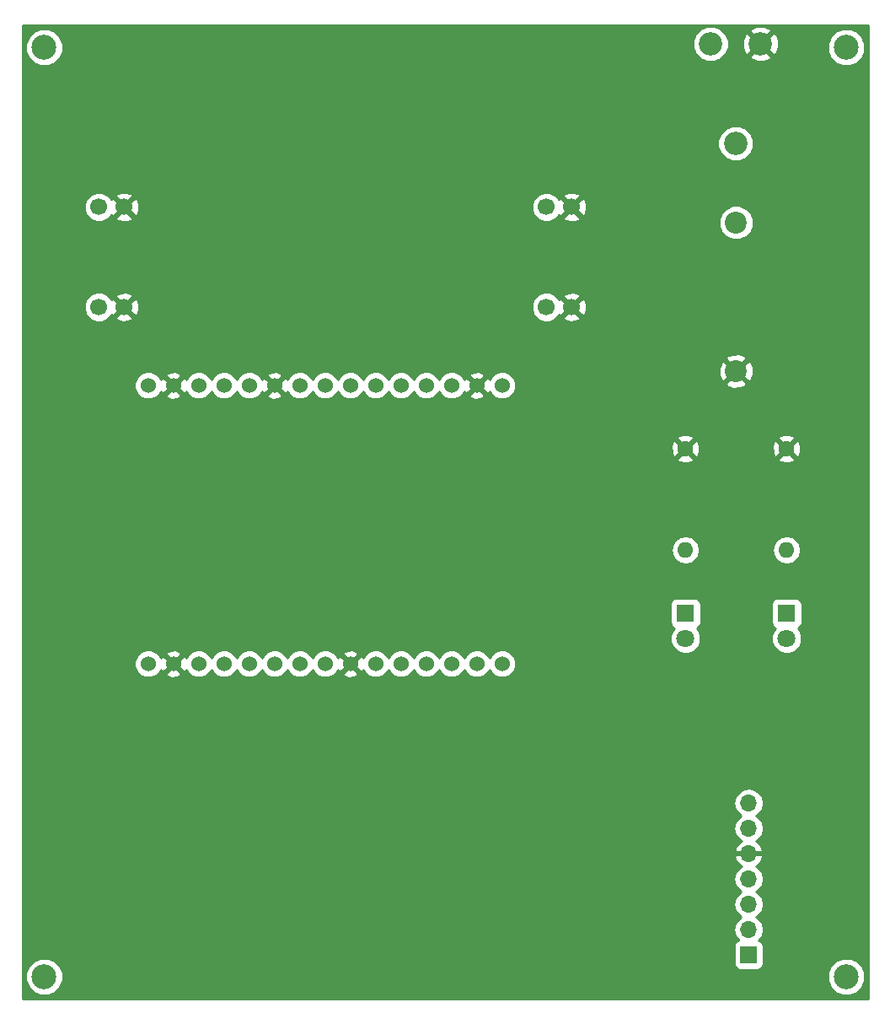
<source format=gbr>
G04 #@! TF.FileFunction,Copper,L2,Bot,Signal*
%FSLAX46Y46*%
G04 Gerber Fmt 4.6, Leading zero omitted, Abs format (unit mm)*
G04 Created by KiCad (PCBNEW 4.0.7-e2-6376~58~ubuntu16.04.1) date Fri Feb  2 08:04:35 2018*
%MOMM*%
%LPD*%
G01*
G04 APERTURE LIST*
%ADD10C,0.100000*%
%ADD11C,2.200000*%
%ADD12R,1.800000X1.800000*%
%ADD13C,1.800000*%
%ADD14R,1.700000X1.700000*%
%ADD15O,1.700000X1.700000*%
%ADD16C,1.600000*%
%ADD17O,1.600000X1.600000*%
%ADD18C,1.524000*%
%ADD19C,1.700000*%
%ADD20C,2.340000*%
%ADD21C,2.500000*%
%ADD22C,0.254000*%
G04 APERTURE END LIST*
D10*
D11*
X184150000Y-78910000D03*
X184150000Y-93810000D03*
D12*
X179070000Y-118110000D03*
D13*
X179070000Y-120650000D03*
D12*
X189230000Y-118110000D03*
D13*
X189230000Y-120650000D03*
D14*
X185420000Y-152400000D03*
D15*
X185420000Y-149860000D03*
X185420000Y-147320000D03*
X185420000Y-144780000D03*
X185420000Y-142240000D03*
X185420000Y-139700000D03*
X185420000Y-137160000D03*
D16*
X179070000Y-101600000D03*
D17*
X179070000Y-111760000D03*
D16*
X189230000Y-101600000D03*
D17*
X189230000Y-111760000D03*
D18*
X160655000Y-95250000D03*
X158115000Y-95250000D03*
X155575000Y-95250000D03*
X153035000Y-95250000D03*
X150495000Y-95250000D03*
X147955000Y-95250000D03*
X145415000Y-95250000D03*
X142875000Y-95250000D03*
X140335000Y-95250000D03*
X137795000Y-95250000D03*
X135255000Y-95250000D03*
X132715000Y-95250000D03*
X130175000Y-95250000D03*
X127635000Y-95250000D03*
X125095000Y-95250000D03*
X125095000Y-123190000D03*
X127635000Y-123190000D03*
X130175000Y-123190000D03*
X132715000Y-123190000D03*
X135255000Y-123190000D03*
X137795000Y-123190000D03*
X140335000Y-123190000D03*
X142875000Y-123190000D03*
X145415000Y-123190000D03*
X147955000Y-123190000D03*
X150495000Y-123190000D03*
X153035000Y-123190000D03*
X155575000Y-123190000D03*
X158115000Y-123190000D03*
X160655000Y-123190000D03*
D19*
X165100000Y-87376000D03*
X165100000Y-77343000D03*
X167640000Y-77343000D03*
X120142000Y-87376000D03*
X122682000Y-87376000D03*
X167640000Y-87376000D03*
X122682000Y-77343000D03*
X120142000Y-77343000D03*
D20*
X186610000Y-60960000D03*
X184110000Y-70960000D03*
X181610000Y-60960000D03*
D21*
X114655600Y-61315600D03*
X114655600Y-154584400D03*
X195224400Y-154584400D03*
X195224400Y-61315600D03*
D22*
G36*
X197410000Y-156770000D02*
X112470000Y-156770000D01*
X112470000Y-154957705D01*
X112770274Y-154957705D01*
X113056643Y-155650772D01*
X113586439Y-156181493D01*
X114279005Y-156469072D01*
X115028905Y-156469726D01*
X115721972Y-156183357D01*
X116252693Y-155653561D01*
X116540272Y-154960995D01*
X116540274Y-154957705D01*
X193339074Y-154957705D01*
X193625443Y-155650772D01*
X194155239Y-156181493D01*
X194847805Y-156469072D01*
X195597705Y-156469726D01*
X196290772Y-156183357D01*
X196821493Y-155653561D01*
X197109072Y-154960995D01*
X197109726Y-154211095D01*
X196823357Y-153518028D01*
X196293561Y-152987307D01*
X195600995Y-152699728D01*
X194851095Y-152699074D01*
X194158028Y-152985443D01*
X193627307Y-153515239D01*
X193339728Y-154207805D01*
X193339074Y-154957705D01*
X116540274Y-154957705D01*
X116540926Y-154211095D01*
X116254557Y-153518028D01*
X115724761Y-152987307D01*
X115032195Y-152699728D01*
X114282295Y-152699074D01*
X113589228Y-152985443D01*
X113058507Y-153515239D01*
X112770928Y-154207805D01*
X112770274Y-154957705D01*
X112470000Y-154957705D01*
X112470000Y-144780000D01*
X183905907Y-144780000D01*
X184018946Y-145348285D01*
X184340853Y-145830054D01*
X184670026Y-146050000D01*
X184340853Y-146269946D01*
X184018946Y-146751715D01*
X183905907Y-147320000D01*
X184018946Y-147888285D01*
X184340853Y-148370054D01*
X184670026Y-148590000D01*
X184340853Y-148809946D01*
X184018946Y-149291715D01*
X183905907Y-149860000D01*
X184018946Y-150428285D01*
X184340853Y-150910054D01*
X184382452Y-150937850D01*
X184334683Y-150946838D01*
X184118559Y-151085910D01*
X183973569Y-151298110D01*
X183922560Y-151550000D01*
X183922560Y-153250000D01*
X183966838Y-153485317D01*
X184105910Y-153701441D01*
X184318110Y-153846431D01*
X184570000Y-153897440D01*
X186270000Y-153897440D01*
X186505317Y-153853162D01*
X186721441Y-153714090D01*
X186866431Y-153501890D01*
X186917440Y-153250000D01*
X186917440Y-151550000D01*
X186873162Y-151314683D01*
X186734090Y-151098559D01*
X186521890Y-150953569D01*
X186454459Y-150939914D01*
X186499147Y-150910054D01*
X186821054Y-150428285D01*
X186934093Y-149860000D01*
X186821054Y-149291715D01*
X186499147Y-148809946D01*
X186169974Y-148590000D01*
X186499147Y-148370054D01*
X186821054Y-147888285D01*
X186934093Y-147320000D01*
X186821054Y-146751715D01*
X186499147Y-146269946D01*
X186169974Y-146050000D01*
X186499147Y-145830054D01*
X186821054Y-145348285D01*
X186934093Y-144780000D01*
X186821054Y-144211715D01*
X186499147Y-143729946D01*
X186158447Y-143502298D01*
X186301358Y-143435183D01*
X186691645Y-143006924D01*
X186861476Y-142596890D01*
X186740155Y-142367000D01*
X185547000Y-142367000D01*
X185547000Y-142387000D01*
X185293000Y-142387000D01*
X185293000Y-142367000D01*
X184099845Y-142367000D01*
X183978524Y-142596890D01*
X184148355Y-143006924D01*
X184538642Y-143435183D01*
X184681553Y-143502298D01*
X184340853Y-143729946D01*
X184018946Y-144211715D01*
X183905907Y-144780000D01*
X112470000Y-144780000D01*
X112470000Y-137160000D01*
X183905907Y-137160000D01*
X184018946Y-137728285D01*
X184340853Y-138210054D01*
X184670026Y-138430000D01*
X184340853Y-138649946D01*
X184018946Y-139131715D01*
X183905907Y-139700000D01*
X184018946Y-140268285D01*
X184340853Y-140750054D01*
X184681553Y-140977702D01*
X184538642Y-141044817D01*
X184148355Y-141473076D01*
X183978524Y-141883110D01*
X184099845Y-142113000D01*
X185293000Y-142113000D01*
X185293000Y-142093000D01*
X185547000Y-142093000D01*
X185547000Y-142113000D01*
X186740155Y-142113000D01*
X186861476Y-141883110D01*
X186691645Y-141473076D01*
X186301358Y-141044817D01*
X186158447Y-140977702D01*
X186499147Y-140750054D01*
X186821054Y-140268285D01*
X186934093Y-139700000D01*
X186821054Y-139131715D01*
X186499147Y-138649946D01*
X186169974Y-138430000D01*
X186499147Y-138210054D01*
X186821054Y-137728285D01*
X186934093Y-137160000D01*
X186821054Y-136591715D01*
X186499147Y-136109946D01*
X186017378Y-135788039D01*
X185449093Y-135675000D01*
X185390907Y-135675000D01*
X184822622Y-135788039D01*
X184340853Y-136109946D01*
X184018946Y-136591715D01*
X183905907Y-137160000D01*
X112470000Y-137160000D01*
X112470000Y-123466661D01*
X123697758Y-123466661D01*
X123909990Y-123980303D01*
X124302630Y-124373629D01*
X124815900Y-124586757D01*
X125371661Y-124587242D01*
X125885303Y-124375010D01*
X126090457Y-124170213D01*
X126834392Y-124170213D01*
X126903857Y-124412397D01*
X127427302Y-124599144D01*
X127982368Y-124571362D01*
X128366143Y-124412397D01*
X128435608Y-124170213D01*
X127635000Y-123369605D01*
X126834392Y-124170213D01*
X126090457Y-124170213D01*
X126278629Y-123982370D01*
X126358395Y-123790273D01*
X126412603Y-123921143D01*
X126654787Y-123990608D01*
X127455395Y-123190000D01*
X127814605Y-123190000D01*
X128615213Y-123990608D01*
X128857397Y-123921143D01*
X128907509Y-123780682D01*
X128989990Y-123980303D01*
X129382630Y-124373629D01*
X129895900Y-124586757D01*
X130451661Y-124587242D01*
X130965303Y-124375010D01*
X131358629Y-123982370D01*
X131444949Y-123774488D01*
X131529990Y-123980303D01*
X131922630Y-124373629D01*
X132435900Y-124586757D01*
X132991661Y-124587242D01*
X133505303Y-124375010D01*
X133898629Y-123982370D01*
X133984949Y-123774488D01*
X134069990Y-123980303D01*
X134462630Y-124373629D01*
X134975900Y-124586757D01*
X135531661Y-124587242D01*
X136045303Y-124375010D01*
X136438629Y-123982370D01*
X136524949Y-123774488D01*
X136609990Y-123980303D01*
X137002630Y-124373629D01*
X137515900Y-124586757D01*
X138071661Y-124587242D01*
X138585303Y-124375010D01*
X138978629Y-123982370D01*
X139064949Y-123774488D01*
X139149990Y-123980303D01*
X139542630Y-124373629D01*
X140055900Y-124586757D01*
X140611661Y-124587242D01*
X141125303Y-124375010D01*
X141518629Y-123982370D01*
X141604949Y-123774488D01*
X141689990Y-123980303D01*
X142082630Y-124373629D01*
X142595900Y-124586757D01*
X143151661Y-124587242D01*
X143665303Y-124375010D01*
X143870457Y-124170213D01*
X144614392Y-124170213D01*
X144683857Y-124412397D01*
X145207302Y-124599144D01*
X145762368Y-124571362D01*
X146146143Y-124412397D01*
X146215608Y-124170213D01*
X145415000Y-123369605D01*
X144614392Y-124170213D01*
X143870457Y-124170213D01*
X144058629Y-123982370D01*
X144138395Y-123790273D01*
X144192603Y-123921143D01*
X144434787Y-123990608D01*
X145235395Y-123190000D01*
X145594605Y-123190000D01*
X146395213Y-123990608D01*
X146637397Y-123921143D01*
X146687509Y-123780682D01*
X146769990Y-123980303D01*
X147162630Y-124373629D01*
X147675900Y-124586757D01*
X148231661Y-124587242D01*
X148745303Y-124375010D01*
X149138629Y-123982370D01*
X149224949Y-123774488D01*
X149309990Y-123980303D01*
X149702630Y-124373629D01*
X150215900Y-124586757D01*
X150771661Y-124587242D01*
X151285303Y-124375010D01*
X151678629Y-123982370D01*
X151764949Y-123774488D01*
X151849990Y-123980303D01*
X152242630Y-124373629D01*
X152755900Y-124586757D01*
X153311661Y-124587242D01*
X153825303Y-124375010D01*
X154218629Y-123982370D01*
X154304949Y-123774488D01*
X154389990Y-123980303D01*
X154782630Y-124373629D01*
X155295900Y-124586757D01*
X155851661Y-124587242D01*
X156365303Y-124375010D01*
X156758629Y-123982370D01*
X156844949Y-123774488D01*
X156929990Y-123980303D01*
X157322630Y-124373629D01*
X157835900Y-124586757D01*
X158391661Y-124587242D01*
X158905303Y-124375010D01*
X159298629Y-123982370D01*
X159384949Y-123774488D01*
X159469990Y-123980303D01*
X159862630Y-124373629D01*
X160375900Y-124586757D01*
X160931661Y-124587242D01*
X161445303Y-124375010D01*
X161838629Y-123982370D01*
X162051757Y-123469100D01*
X162052242Y-122913339D01*
X161840010Y-122399697D01*
X161447370Y-122006371D01*
X160934100Y-121793243D01*
X160378339Y-121792758D01*
X159864697Y-122004990D01*
X159471371Y-122397630D01*
X159385051Y-122605512D01*
X159300010Y-122399697D01*
X158907370Y-122006371D01*
X158394100Y-121793243D01*
X157838339Y-121792758D01*
X157324697Y-122004990D01*
X156931371Y-122397630D01*
X156845051Y-122605512D01*
X156760010Y-122399697D01*
X156367370Y-122006371D01*
X155854100Y-121793243D01*
X155298339Y-121792758D01*
X154784697Y-122004990D01*
X154391371Y-122397630D01*
X154305051Y-122605512D01*
X154220010Y-122399697D01*
X153827370Y-122006371D01*
X153314100Y-121793243D01*
X152758339Y-121792758D01*
X152244697Y-122004990D01*
X151851371Y-122397630D01*
X151765051Y-122605512D01*
X151680010Y-122399697D01*
X151287370Y-122006371D01*
X150774100Y-121793243D01*
X150218339Y-121792758D01*
X149704697Y-122004990D01*
X149311371Y-122397630D01*
X149225051Y-122605512D01*
X149140010Y-122399697D01*
X148747370Y-122006371D01*
X148234100Y-121793243D01*
X147678339Y-121792758D01*
X147164697Y-122004990D01*
X146771371Y-122397630D01*
X146691605Y-122589727D01*
X146637397Y-122458857D01*
X146395213Y-122389392D01*
X145594605Y-123190000D01*
X145235395Y-123190000D01*
X144434787Y-122389392D01*
X144192603Y-122458857D01*
X144142491Y-122599318D01*
X144060010Y-122399697D01*
X143870432Y-122209787D01*
X144614392Y-122209787D01*
X145415000Y-123010395D01*
X146215608Y-122209787D01*
X146146143Y-121967603D01*
X145622698Y-121780856D01*
X145067632Y-121808638D01*
X144683857Y-121967603D01*
X144614392Y-122209787D01*
X143870432Y-122209787D01*
X143667370Y-122006371D01*
X143154100Y-121793243D01*
X142598339Y-121792758D01*
X142084697Y-122004990D01*
X141691371Y-122397630D01*
X141605051Y-122605512D01*
X141520010Y-122399697D01*
X141127370Y-122006371D01*
X140614100Y-121793243D01*
X140058339Y-121792758D01*
X139544697Y-122004990D01*
X139151371Y-122397630D01*
X139065051Y-122605512D01*
X138980010Y-122399697D01*
X138587370Y-122006371D01*
X138074100Y-121793243D01*
X137518339Y-121792758D01*
X137004697Y-122004990D01*
X136611371Y-122397630D01*
X136525051Y-122605512D01*
X136440010Y-122399697D01*
X136047370Y-122006371D01*
X135534100Y-121793243D01*
X134978339Y-121792758D01*
X134464697Y-122004990D01*
X134071371Y-122397630D01*
X133985051Y-122605512D01*
X133900010Y-122399697D01*
X133507370Y-122006371D01*
X132994100Y-121793243D01*
X132438339Y-121792758D01*
X131924697Y-122004990D01*
X131531371Y-122397630D01*
X131445051Y-122605512D01*
X131360010Y-122399697D01*
X130967370Y-122006371D01*
X130454100Y-121793243D01*
X129898339Y-121792758D01*
X129384697Y-122004990D01*
X128991371Y-122397630D01*
X128911605Y-122589727D01*
X128857397Y-122458857D01*
X128615213Y-122389392D01*
X127814605Y-123190000D01*
X127455395Y-123190000D01*
X126654787Y-122389392D01*
X126412603Y-122458857D01*
X126362491Y-122599318D01*
X126280010Y-122399697D01*
X126090432Y-122209787D01*
X126834392Y-122209787D01*
X127635000Y-123010395D01*
X128435608Y-122209787D01*
X128366143Y-121967603D01*
X127842698Y-121780856D01*
X127287632Y-121808638D01*
X126903857Y-121967603D01*
X126834392Y-122209787D01*
X126090432Y-122209787D01*
X125887370Y-122006371D01*
X125374100Y-121793243D01*
X124818339Y-121792758D01*
X124304697Y-122004990D01*
X123911371Y-122397630D01*
X123698243Y-122910900D01*
X123697758Y-123466661D01*
X112470000Y-123466661D01*
X112470000Y-117210000D01*
X177522560Y-117210000D01*
X177522560Y-119010000D01*
X177566838Y-119245317D01*
X177705910Y-119461441D01*
X177918110Y-119606431D01*
X177938534Y-119610567D01*
X177769449Y-119779357D01*
X177535267Y-120343330D01*
X177534735Y-120953991D01*
X177767932Y-121518371D01*
X178199357Y-121950551D01*
X178763330Y-122184733D01*
X179373991Y-122185265D01*
X179938371Y-121952068D01*
X180370551Y-121520643D01*
X180604733Y-120956670D01*
X180605265Y-120346009D01*
X180372068Y-119781629D01*
X180204120Y-119613387D01*
X180205317Y-119613162D01*
X180421441Y-119474090D01*
X180566431Y-119261890D01*
X180617440Y-119010000D01*
X180617440Y-117210000D01*
X187682560Y-117210000D01*
X187682560Y-119010000D01*
X187726838Y-119245317D01*
X187865910Y-119461441D01*
X188078110Y-119606431D01*
X188098534Y-119610567D01*
X187929449Y-119779357D01*
X187695267Y-120343330D01*
X187694735Y-120953991D01*
X187927932Y-121518371D01*
X188359357Y-121950551D01*
X188923330Y-122184733D01*
X189533991Y-122185265D01*
X190098371Y-121952068D01*
X190530551Y-121520643D01*
X190764733Y-120956670D01*
X190765265Y-120346009D01*
X190532068Y-119781629D01*
X190364120Y-119613387D01*
X190365317Y-119613162D01*
X190581441Y-119474090D01*
X190726431Y-119261890D01*
X190777440Y-119010000D01*
X190777440Y-117210000D01*
X190733162Y-116974683D01*
X190594090Y-116758559D01*
X190381890Y-116613569D01*
X190130000Y-116562560D01*
X188330000Y-116562560D01*
X188094683Y-116606838D01*
X187878559Y-116745910D01*
X187733569Y-116958110D01*
X187682560Y-117210000D01*
X180617440Y-117210000D01*
X180573162Y-116974683D01*
X180434090Y-116758559D01*
X180221890Y-116613569D01*
X179970000Y-116562560D01*
X178170000Y-116562560D01*
X177934683Y-116606838D01*
X177718559Y-116745910D01*
X177573569Y-116958110D01*
X177522560Y-117210000D01*
X112470000Y-117210000D01*
X112470000Y-111731887D01*
X177635000Y-111731887D01*
X177635000Y-111788113D01*
X177744233Y-112337264D01*
X178055302Y-112802811D01*
X178520849Y-113113880D01*
X179070000Y-113223113D01*
X179619151Y-113113880D01*
X180084698Y-112802811D01*
X180395767Y-112337264D01*
X180505000Y-111788113D01*
X180505000Y-111731887D01*
X187795000Y-111731887D01*
X187795000Y-111788113D01*
X187904233Y-112337264D01*
X188215302Y-112802811D01*
X188680849Y-113113880D01*
X189230000Y-113223113D01*
X189779151Y-113113880D01*
X190244698Y-112802811D01*
X190555767Y-112337264D01*
X190665000Y-111788113D01*
X190665000Y-111731887D01*
X190555767Y-111182736D01*
X190244698Y-110717189D01*
X189779151Y-110406120D01*
X189230000Y-110296887D01*
X188680849Y-110406120D01*
X188215302Y-110717189D01*
X187904233Y-111182736D01*
X187795000Y-111731887D01*
X180505000Y-111731887D01*
X180395767Y-111182736D01*
X180084698Y-110717189D01*
X179619151Y-110406120D01*
X179070000Y-110296887D01*
X178520849Y-110406120D01*
X178055302Y-110717189D01*
X177744233Y-111182736D01*
X177635000Y-111731887D01*
X112470000Y-111731887D01*
X112470000Y-102607745D01*
X178241861Y-102607745D01*
X178315995Y-102853864D01*
X178853223Y-103046965D01*
X179423454Y-103019778D01*
X179824005Y-102853864D01*
X179898139Y-102607745D01*
X188401861Y-102607745D01*
X188475995Y-102853864D01*
X189013223Y-103046965D01*
X189583454Y-103019778D01*
X189984005Y-102853864D01*
X190058139Y-102607745D01*
X189230000Y-101779605D01*
X188401861Y-102607745D01*
X179898139Y-102607745D01*
X179070000Y-101779605D01*
X178241861Y-102607745D01*
X112470000Y-102607745D01*
X112470000Y-101383223D01*
X177623035Y-101383223D01*
X177650222Y-101953454D01*
X177816136Y-102354005D01*
X178062255Y-102428139D01*
X178890395Y-101600000D01*
X179249605Y-101600000D01*
X180077745Y-102428139D01*
X180323864Y-102354005D01*
X180516965Y-101816777D01*
X180496295Y-101383223D01*
X187783035Y-101383223D01*
X187810222Y-101953454D01*
X187976136Y-102354005D01*
X188222255Y-102428139D01*
X189050395Y-101600000D01*
X189409605Y-101600000D01*
X190237745Y-102428139D01*
X190483864Y-102354005D01*
X190676965Y-101816777D01*
X190649778Y-101246546D01*
X190483864Y-100845995D01*
X190237745Y-100771861D01*
X189409605Y-101600000D01*
X189050395Y-101600000D01*
X188222255Y-100771861D01*
X187976136Y-100845995D01*
X187783035Y-101383223D01*
X180496295Y-101383223D01*
X180489778Y-101246546D01*
X180323864Y-100845995D01*
X180077745Y-100771861D01*
X179249605Y-101600000D01*
X178890395Y-101600000D01*
X178062255Y-100771861D01*
X177816136Y-100845995D01*
X177623035Y-101383223D01*
X112470000Y-101383223D01*
X112470000Y-100592255D01*
X178241861Y-100592255D01*
X179070000Y-101420395D01*
X179898139Y-100592255D01*
X188401861Y-100592255D01*
X189230000Y-101420395D01*
X190058139Y-100592255D01*
X189984005Y-100346136D01*
X189446777Y-100153035D01*
X188876546Y-100180222D01*
X188475995Y-100346136D01*
X188401861Y-100592255D01*
X179898139Y-100592255D01*
X179824005Y-100346136D01*
X179286777Y-100153035D01*
X178716546Y-100180222D01*
X178315995Y-100346136D01*
X178241861Y-100592255D01*
X112470000Y-100592255D01*
X112470000Y-95526661D01*
X123697758Y-95526661D01*
X123909990Y-96040303D01*
X124302630Y-96433629D01*
X124815900Y-96646757D01*
X125371661Y-96647242D01*
X125885303Y-96435010D01*
X126090457Y-96230213D01*
X126834392Y-96230213D01*
X126903857Y-96472397D01*
X127427302Y-96659144D01*
X127982368Y-96631362D01*
X128366143Y-96472397D01*
X128435608Y-96230213D01*
X127635000Y-95429605D01*
X126834392Y-96230213D01*
X126090457Y-96230213D01*
X126278629Y-96042370D01*
X126358395Y-95850273D01*
X126412603Y-95981143D01*
X126654787Y-96050608D01*
X127455395Y-95250000D01*
X127814605Y-95250000D01*
X128615213Y-96050608D01*
X128857397Y-95981143D01*
X128907509Y-95840682D01*
X128989990Y-96040303D01*
X129382630Y-96433629D01*
X129895900Y-96646757D01*
X130451661Y-96647242D01*
X130965303Y-96435010D01*
X131358629Y-96042370D01*
X131444949Y-95834488D01*
X131529990Y-96040303D01*
X131922630Y-96433629D01*
X132435900Y-96646757D01*
X132991661Y-96647242D01*
X133505303Y-96435010D01*
X133898629Y-96042370D01*
X133984949Y-95834488D01*
X134069990Y-96040303D01*
X134462630Y-96433629D01*
X134975900Y-96646757D01*
X135531661Y-96647242D01*
X136045303Y-96435010D01*
X136250457Y-96230213D01*
X136994392Y-96230213D01*
X137063857Y-96472397D01*
X137587302Y-96659144D01*
X138142368Y-96631362D01*
X138526143Y-96472397D01*
X138595608Y-96230213D01*
X137795000Y-95429605D01*
X136994392Y-96230213D01*
X136250457Y-96230213D01*
X136438629Y-96042370D01*
X136518395Y-95850273D01*
X136572603Y-95981143D01*
X136814787Y-96050608D01*
X137615395Y-95250000D01*
X137974605Y-95250000D01*
X138775213Y-96050608D01*
X139017397Y-95981143D01*
X139067509Y-95840682D01*
X139149990Y-96040303D01*
X139542630Y-96433629D01*
X140055900Y-96646757D01*
X140611661Y-96647242D01*
X141125303Y-96435010D01*
X141518629Y-96042370D01*
X141604949Y-95834488D01*
X141689990Y-96040303D01*
X142082630Y-96433629D01*
X142595900Y-96646757D01*
X143151661Y-96647242D01*
X143665303Y-96435010D01*
X144058629Y-96042370D01*
X144144949Y-95834488D01*
X144229990Y-96040303D01*
X144622630Y-96433629D01*
X145135900Y-96646757D01*
X145691661Y-96647242D01*
X146205303Y-96435010D01*
X146598629Y-96042370D01*
X146684949Y-95834488D01*
X146769990Y-96040303D01*
X147162630Y-96433629D01*
X147675900Y-96646757D01*
X148231661Y-96647242D01*
X148745303Y-96435010D01*
X149138629Y-96042370D01*
X149224949Y-95834488D01*
X149309990Y-96040303D01*
X149702630Y-96433629D01*
X150215900Y-96646757D01*
X150771661Y-96647242D01*
X151285303Y-96435010D01*
X151678629Y-96042370D01*
X151764949Y-95834488D01*
X151849990Y-96040303D01*
X152242630Y-96433629D01*
X152755900Y-96646757D01*
X153311661Y-96647242D01*
X153825303Y-96435010D01*
X154218629Y-96042370D01*
X154304949Y-95834488D01*
X154389990Y-96040303D01*
X154782630Y-96433629D01*
X155295900Y-96646757D01*
X155851661Y-96647242D01*
X156365303Y-96435010D01*
X156570457Y-96230213D01*
X157314392Y-96230213D01*
X157383857Y-96472397D01*
X157907302Y-96659144D01*
X158462368Y-96631362D01*
X158846143Y-96472397D01*
X158915608Y-96230213D01*
X158115000Y-95429605D01*
X157314392Y-96230213D01*
X156570457Y-96230213D01*
X156758629Y-96042370D01*
X156838395Y-95850273D01*
X156892603Y-95981143D01*
X157134787Y-96050608D01*
X157935395Y-95250000D01*
X158294605Y-95250000D01*
X159095213Y-96050608D01*
X159337397Y-95981143D01*
X159387509Y-95840682D01*
X159469990Y-96040303D01*
X159862630Y-96433629D01*
X160375900Y-96646757D01*
X160931661Y-96647242D01*
X161445303Y-96435010D01*
X161838629Y-96042370D01*
X162051757Y-95529100D01*
X162052188Y-95034868D01*
X183104737Y-95034868D01*
X183215641Y-95312099D01*
X183861593Y-95555323D01*
X184551453Y-95532836D01*
X185084359Y-95312099D01*
X185195263Y-95034868D01*
X184150000Y-93989605D01*
X183104737Y-95034868D01*
X162052188Y-95034868D01*
X162052242Y-94973339D01*
X161840010Y-94459697D01*
X161447370Y-94066371D01*
X160934100Y-93853243D01*
X160378339Y-93852758D01*
X159864697Y-94064990D01*
X159471371Y-94457630D01*
X159391605Y-94649727D01*
X159337397Y-94518857D01*
X159095213Y-94449392D01*
X158294605Y-95250000D01*
X157935395Y-95250000D01*
X157134787Y-94449392D01*
X156892603Y-94518857D01*
X156842491Y-94659318D01*
X156760010Y-94459697D01*
X156570432Y-94269787D01*
X157314392Y-94269787D01*
X158115000Y-95070395D01*
X158915608Y-94269787D01*
X158846143Y-94027603D01*
X158322698Y-93840856D01*
X157767632Y-93868638D01*
X157383857Y-94027603D01*
X157314392Y-94269787D01*
X156570432Y-94269787D01*
X156367370Y-94066371D01*
X155854100Y-93853243D01*
X155298339Y-93852758D01*
X154784697Y-94064990D01*
X154391371Y-94457630D01*
X154305051Y-94665512D01*
X154220010Y-94459697D01*
X153827370Y-94066371D01*
X153314100Y-93853243D01*
X152758339Y-93852758D01*
X152244697Y-94064990D01*
X151851371Y-94457630D01*
X151765051Y-94665512D01*
X151680010Y-94459697D01*
X151287370Y-94066371D01*
X150774100Y-93853243D01*
X150218339Y-93852758D01*
X149704697Y-94064990D01*
X149311371Y-94457630D01*
X149225051Y-94665512D01*
X149140010Y-94459697D01*
X148747370Y-94066371D01*
X148234100Y-93853243D01*
X147678339Y-93852758D01*
X147164697Y-94064990D01*
X146771371Y-94457630D01*
X146685051Y-94665512D01*
X146600010Y-94459697D01*
X146207370Y-94066371D01*
X145694100Y-93853243D01*
X145138339Y-93852758D01*
X144624697Y-94064990D01*
X144231371Y-94457630D01*
X144145051Y-94665512D01*
X144060010Y-94459697D01*
X143667370Y-94066371D01*
X143154100Y-93853243D01*
X142598339Y-93852758D01*
X142084697Y-94064990D01*
X141691371Y-94457630D01*
X141605051Y-94665512D01*
X141520010Y-94459697D01*
X141127370Y-94066371D01*
X140614100Y-93853243D01*
X140058339Y-93852758D01*
X139544697Y-94064990D01*
X139151371Y-94457630D01*
X139071605Y-94649727D01*
X139017397Y-94518857D01*
X138775213Y-94449392D01*
X137974605Y-95250000D01*
X137615395Y-95250000D01*
X136814787Y-94449392D01*
X136572603Y-94518857D01*
X136522491Y-94659318D01*
X136440010Y-94459697D01*
X136250432Y-94269787D01*
X136994392Y-94269787D01*
X137795000Y-95070395D01*
X138595608Y-94269787D01*
X138526143Y-94027603D01*
X138002698Y-93840856D01*
X137447632Y-93868638D01*
X137063857Y-94027603D01*
X136994392Y-94269787D01*
X136250432Y-94269787D01*
X136047370Y-94066371D01*
X135534100Y-93853243D01*
X134978339Y-93852758D01*
X134464697Y-94064990D01*
X134071371Y-94457630D01*
X133985051Y-94665512D01*
X133900010Y-94459697D01*
X133507370Y-94066371D01*
X132994100Y-93853243D01*
X132438339Y-93852758D01*
X131924697Y-94064990D01*
X131531371Y-94457630D01*
X131445051Y-94665512D01*
X131360010Y-94459697D01*
X130967370Y-94066371D01*
X130454100Y-93853243D01*
X129898339Y-93852758D01*
X129384697Y-94064990D01*
X128991371Y-94457630D01*
X128911605Y-94649727D01*
X128857397Y-94518857D01*
X128615213Y-94449392D01*
X127814605Y-95250000D01*
X127455395Y-95250000D01*
X126654787Y-94449392D01*
X126412603Y-94518857D01*
X126362491Y-94659318D01*
X126280010Y-94459697D01*
X126090432Y-94269787D01*
X126834392Y-94269787D01*
X127635000Y-95070395D01*
X128435608Y-94269787D01*
X128366143Y-94027603D01*
X127842698Y-93840856D01*
X127287632Y-93868638D01*
X126903857Y-94027603D01*
X126834392Y-94269787D01*
X126090432Y-94269787D01*
X125887370Y-94066371D01*
X125374100Y-93853243D01*
X124818339Y-93852758D01*
X124304697Y-94064990D01*
X123911371Y-94457630D01*
X123698243Y-94970900D01*
X123697758Y-95526661D01*
X112470000Y-95526661D01*
X112470000Y-93521593D01*
X182404677Y-93521593D01*
X182427164Y-94211453D01*
X182647901Y-94744359D01*
X182925132Y-94855263D01*
X183970395Y-93810000D01*
X184329605Y-93810000D01*
X185374868Y-94855263D01*
X185652099Y-94744359D01*
X185895323Y-94098407D01*
X185872836Y-93408547D01*
X185652099Y-92875641D01*
X185374868Y-92764737D01*
X184329605Y-93810000D01*
X183970395Y-93810000D01*
X182925132Y-92764737D01*
X182647901Y-92875641D01*
X182404677Y-93521593D01*
X112470000Y-93521593D01*
X112470000Y-92585132D01*
X183104737Y-92585132D01*
X184150000Y-93630395D01*
X185195263Y-92585132D01*
X185084359Y-92307901D01*
X184438407Y-92064677D01*
X183748547Y-92087164D01*
X183215641Y-92307901D01*
X183104737Y-92585132D01*
X112470000Y-92585132D01*
X112470000Y-87670089D01*
X118656743Y-87670089D01*
X118882344Y-88216086D01*
X119299717Y-88634188D01*
X119845319Y-88860742D01*
X120436089Y-88861257D01*
X120982086Y-88635656D01*
X121198160Y-88419958D01*
X121817647Y-88419958D01*
X121897920Y-88671259D01*
X122453279Y-88872718D01*
X123043458Y-88846315D01*
X123466080Y-88671259D01*
X123546353Y-88419958D01*
X122682000Y-87555605D01*
X121817647Y-88419958D01*
X121198160Y-88419958D01*
X121400188Y-88218283D01*
X121419951Y-88170688D01*
X121638042Y-88240353D01*
X122502395Y-87376000D01*
X122861605Y-87376000D01*
X123725958Y-88240353D01*
X123977259Y-88160080D01*
X124155005Y-87670089D01*
X163614743Y-87670089D01*
X163840344Y-88216086D01*
X164257717Y-88634188D01*
X164803319Y-88860742D01*
X165394089Y-88861257D01*
X165940086Y-88635656D01*
X166156160Y-88419958D01*
X166775647Y-88419958D01*
X166855920Y-88671259D01*
X167411279Y-88872718D01*
X168001458Y-88846315D01*
X168424080Y-88671259D01*
X168504353Y-88419958D01*
X167640000Y-87555605D01*
X166775647Y-88419958D01*
X166156160Y-88419958D01*
X166358188Y-88218283D01*
X166377951Y-88170688D01*
X166596042Y-88240353D01*
X167460395Y-87376000D01*
X167819605Y-87376000D01*
X168683958Y-88240353D01*
X168935259Y-88160080D01*
X169136718Y-87604721D01*
X169110315Y-87014542D01*
X168935259Y-86591920D01*
X168683958Y-86511647D01*
X167819605Y-87376000D01*
X167460395Y-87376000D01*
X166596042Y-86511647D01*
X166378360Y-86581181D01*
X166359656Y-86535914D01*
X166156140Y-86332042D01*
X166775647Y-86332042D01*
X167640000Y-87196395D01*
X168504353Y-86332042D01*
X168424080Y-86080741D01*
X167868721Y-85879282D01*
X167278542Y-85905685D01*
X166855920Y-86080741D01*
X166775647Y-86332042D01*
X166156140Y-86332042D01*
X165942283Y-86117812D01*
X165396681Y-85891258D01*
X164805911Y-85890743D01*
X164259914Y-86116344D01*
X163841812Y-86533717D01*
X163615258Y-87079319D01*
X163614743Y-87670089D01*
X124155005Y-87670089D01*
X124178718Y-87604721D01*
X124152315Y-87014542D01*
X123977259Y-86591920D01*
X123725958Y-86511647D01*
X122861605Y-87376000D01*
X122502395Y-87376000D01*
X121638042Y-86511647D01*
X121420360Y-86581181D01*
X121401656Y-86535914D01*
X121198140Y-86332042D01*
X121817647Y-86332042D01*
X122682000Y-87196395D01*
X123546353Y-86332042D01*
X123466080Y-86080741D01*
X122910721Y-85879282D01*
X122320542Y-85905685D01*
X121897920Y-86080741D01*
X121817647Y-86332042D01*
X121198140Y-86332042D01*
X120984283Y-86117812D01*
X120438681Y-85891258D01*
X119847911Y-85890743D01*
X119301914Y-86116344D01*
X118883812Y-86533717D01*
X118657258Y-87079319D01*
X118656743Y-87670089D01*
X112470000Y-87670089D01*
X112470000Y-79253599D01*
X182414699Y-79253599D01*
X182678281Y-79891515D01*
X183165918Y-80380004D01*
X183803373Y-80644699D01*
X184493599Y-80645301D01*
X185131515Y-80381719D01*
X185620004Y-79894082D01*
X185884699Y-79256627D01*
X185885301Y-78566401D01*
X185621719Y-77928485D01*
X185134082Y-77439996D01*
X184496627Y-77175301D01*
X183806401Y-77174699D01*
X183168485Y-77438281D01*
X182679996Y-77925918D01*
X182415301Y-78563373D01*
X182414699Y-79253599D01*
X112470000Y-79253599D01*
X112470000Y-77637089D01*
X118656743Y-77637089D01*
X118882344Y-78183086D01*
X119299717Y-78601188D01*
X119845319Y-78827742D01*
X120436089Y-78828257D01*
X120982086Y-78602656D01*
X121198160Y-78386958D01*
X121817647Y-78386958D01*
X121897920Y-78638259D01*
X122453279Y-78839718D01*
X123043458Y-78813315D01*
X123466080Y-78638259D01*
X123546353Y-78386958D01*
X122682000Y-77522605D01*
X121817647Y-78386958D01*
X121198160Y-78386958D01*
X121400188Y-78185283D01*
X121419951Y-78137688D01*
X121638042Y-78207353D01*
X122502395Y-77343000D01*
X122861605Y-77343000D01*
X123725958Y-78207353D01*
X123977259Y-78127080D01*
X124155005Y-77637089D01*
X163614743Y-77637089D01*
X163840344Y-78183086D01*
X164257717Y-78601188D01*
X164803319Y-78827742D01*
X165394089Y-78828257D01*
X165940086Y-78602656D01*
X166156160Y-78386958D01*
X166775647Y-78386958D01*
X166855920Y-78638259D01*
X167411279Y-78839718D01*
X168001458Y-78813315D01*
X168424080Y-78638259D01*
X168504353Y-78386958D01*
X167640000Y-77522605D01*
X166775647Y-78386958D01*
X166156160Y-78386958D01*
X166358188Y-78185283D01*
X166377951Y-78137688D01*
X166596042Y-78207353D01*
X167460395Y-77343000D01*
X167819605Y-77343000D01*
X168683958Y-78207353D01*
X168935259Y-78127080D01*
X169136718Y-77571721D01*
X169110315Y-76981542D01*
X168935259Y-76558920D01*
X168683958Y-76478647D01*
X167819605Y-77343000D01*
X167460395Y-77343000D01*
X166596042Y-76478647D01*
X166378360Y-76548181D01*
X166359656Y-76502914D01*
X166156140Y-76299042D01*
X166775647Y-76299042D01*
X167640000Y-77163395D01*
X168504353Y-76299042D01*
X168424080Y-76047741D01*
X167868721Y-75846282D01*
X167278542Y-75872685D01*
X166855920Y-76047741D01*
X166775647Y-76299042D01*
X166156140Y-76299042D01*
X165942283Y-76084812D01*
X165396681Y-75858258D01*
X164805911Y-75857743D01*
X164259914Y-76083344D01*
X163841812Y-76500717D01*
X163615258Y-77046319D01*
X163614743Y-77637089D01*
X124155005Y-77637089D01*
X124178718Y-77571721D01*
X124152315Y-76981542D01*
X123977259Y-76558920D01*
X123725958Y-76478647D01*
X122861605Y-77343000D01*
X122502395Y-77343000D01*
X121638042Y-76478647D01*
X121420360Y-76548181D01*
X121401656Y-76502914D01*
X121198140Y-76299042D01*
X121817647Y-76299042D01*
X122682000Y-77163395D01*
X123546353Y-76299042D01*
X123466080Y-76047741D01*
X122910721Y-75846282D01*
X122320542Y-75872685D01*
X121897920Y-76047741D01*
X121817647Y-76299042D01*
X121198140Y-76299042D01*
X120984283Y-76084812D01*
X120438681Y-75858258D01*
X119847911Y-75857743D01*
X119301914Y-76083344D01*
X118883812Y-76500717D01*
X118657258Y-77046319D01*
X118656743Y-77637089D01*
X112470000Y-77637089D01*
X112470000Y-71317462D01*
X182304687Y-71317462D01*
X182578903Y-71981115D01*
X183086215Y-72489312D01*
X183749388Y-72764686D01*
X184467462Y-72765313D01*
X185131115Y-72491097D01*
X185639312Y-71983785D01*
X185914686Y-71320612D01*
X185915313Y-70602538D01*
X185641097Y-69938885D01*
X185133785Y-69430688D01*
X184470612Y-69155314D01*
X183752538Y-69154687D01*
X183088885Y-69428903D01*
X182580688Y-69936215D01*
X182305314Y-70599388D01*
X182304687Y-71317462D01*
X112470000Y-71317462D01*
X112470000Y-61688905D01*
X112770274Y-61688905D01*
X113056643Y-62381972D01*
X113586439Y-62912693D01*
X114279005Y-63200272D01*
X115028905Y-63200926D01*
X115721972Y-62914557D01*
X116252693Y-62384761D01*
X116540272Y-61692195D01*
X116540598Y-61317462D01*
X179804687Y-61317462D01*
X180078903Y-61981115D01*
X180586215Y-62489312D01*
X181249388Y-62764686D01*
X181967462Y-62765313D01*
X182631115Y-62491097D01*
X182887171Y-62235486D01*
X185514120Y-62235486D01*
X185633586Y-62519984D01*
X186304890Y-62774894D01*
X187022646Y-62753504D01*
X187586414Y-62519984D01*
X187705880Y-62235486D01*
X186610000Y-61139605D01*
X185514120Y-62235486D01*
X182887171Y-62235486D01*
X183139312Y-61983785D01*
X183414686Y-61320612D01*
X183415267Y-60654890D01*
X184795106Y-60654890D01*
X184816496Y-61372646D01*
X185050016Y-61936414D01*
X185334514Y-62055880D01*
X186430395Y-60960000D01*
X186789605Y-60960000D01*
X187885486Y-62055880D01*
X188169984Y-61936414D01*
X188263969Y-61688905D01*
X193339074Y-61688905D01*
X193625443Y-62381972D01*
X194155239Y-62912693D01*
X194847805Y-63200272D01*
X195597705Y-63200926D01*
X196290772Y-62914557D01*
X196821493Y-62384761D01*
X197109072Y-61692195D01*
X197109726Y-60942295D01*
X196823357Y-60249228D01*
X196293561Y-59718507D01*
X195600995Y-59430928D01*
X194851095Y-59430274D01*
X194158028Y-59716643D01*
X193627307Y-60246439D01*
X193339728Y-60939005D01*
X193339074Y-61688905D01*
X188263969Y-61688905D01*
X188424894Y-61265110D01*
X188403504Y-60547354D01*
X188169984Y-59983586D01*
X187885486Y-59864120D01*
X186789605Y-60960000D01*
X186430395Y-60960000D01*
X185334514Y-59864120D01*
X185050016Y-59983586D01*
X184795106Y-60654890D01*
X183415267Y-60654890D01*
X183415313Y-60602538D01*
X183141097Y-59938885D01*
X182887169Y-59684514D01*
X185514120Y-59684514D01*
X186610000Y-60780395D01*
X187705880Y-59684514D01*
X187586414Y-59400016D01*
X186915110Y-59145106D01*
X186197354Y-59166496D01*
X185633586Y-59400016D01*
X185514120Y-59684514D01*
X182887169Y-59684514D01*
X182633785Y-59430688D01*
X181970612Y-59155314D01*
X181252538Y-59154687D01*
X180588885Y-59428903D01*
X180080688Y-59936215D01*
X179805314Y-60599388D01*
X179804687Y-61317462D01*
X116540598Y-61317462D01*
X116540926Y-60942295D01*
X116254557Y-60249228D01*
X115724761Y-59718507D01*
X115032195Y-59430928D01*
X114282295Y-59430274D01*
X113589228Y-59716643D01*
X113058507Y-60246439D01*
X112770928Y-60939005D01*
X112770274Y-61688905D01*
X112470000Y-61688905D01*
X112470000Y-59130000D01*
X197410000Y-59130000D01*
X197410000Y-156770000D01*
X197410000Y-156770000D01*
G37*
X197410000Y-156770000D02*
X112470000Y-156770000D01*
X112470000Y-154957705D01*
X112770274Y-154957705D01*
X113056643Y-155650772D01*
X113586439Y-156181493D01*
X114279005Y-156469072D01*
X115028905Y-156469726D01*
X115721972Y-156183357D01*
X116252693Y-155653561D01*
X116540272Y-154960995D01*
X116540274Y-154957705D01*
X193339074Y-154957705D01*
X193625443Y-155650772D01*
X194155239Y-156181493D01*
X194847805Y-156469072D01*
X195597705Y-156469726D01*
X196290772Y-156183357D01*
X196821493Y-155653561D01*
X197109072Y-154960995D01*
X197109726Y-154211095D01*
X196823357Y-153518028D01*
X196293561Y-152987307D01*
X195600995Y-152699728D01*
X194851095Y-152699074D01*
X194158028Y-152985443D01*
X193627307Y-153515239D01*
X193339728Y-154207805D01*
X193339074Y-154957705D01*
X116540274Y-154957705D01*
X116540926Y-154211095D01*
X116254557Y-153518028D01*
X115724761Y-152987307D01*
X115032195Y-152699728D01*
X114282295Y-152699074D01*
X113589228Y-152985443D01*
X113058507Y-153515239D01*
X112770928Y-154207805D01*
X112770274Y-154957705D01*
X112470000Y-154957705D01*
X112470000Y-144780000D01*
X183905907Y-144780000D01*
X184018946Y-145348285D01*
X184340853Y-145830054D01*
X184670026Y-146050000D01*
X184340853Y-146269946D01*
X184018946Y-146751715D01*
X183905907Y-147320000D01*
X184018946Y-147888285D01*
X184340853Y-148370054D01*
X184670026Y-148590000D01*
X184340853Y-148809946D01*
X184018946Y-149291715D01*
X183905907Y-149860000D01*
X184018946Y-150428285D01*
X184340853Y-150910054D01*
X184382452Y-150937850D01*
X184334683Y-150946838D01*
X184118559Y-151085910D01*
X183973569Y-151298110D01*
X183922560Y-151550000D01*
X183922560Y-153250000D01*
X183966838Y-153485317D01*
X184105910Y-153701441D01*
X184318110Y-153846431D01*
X184570000Y-153897440D01*
X186270000Y-153897440D01*
X186505317Y-153853162D01*
X186721441Y-153714090D01*
X186866431Y-153501890D01*
X186917440Y-153250000D01*
X186917440Y-151550000D01*
X186873162Y-151314683D01*
X186734090Y-151098559D01*
X186521890Y-150953569D01*
X186454459Y-150939914D01*
X186499147Y-150910054D01*
X186821054Y-150428285D01*
X186934093Y-149860000D01*
X186821054Y-149291715D01*
X186499147Y-148809946D01*
X186169974Y-148590000D01*
X186499147Y-148370054D01*
X186821054Y-147888285D01*
X186934093Y-147320000D01*
X186821054Y-146751715D01*
X186499147Y-146269946D01*
X186169974Y-146050000D01*
X186499147Y-145830054D01*
X186821054Y-145348285D01*
X186934093Y-144780000D01*
X186821054Y-144211715D01*
X186499147Y-143729946D01*
X186158447Y-143502298D01*
X186301358Y-143435183D01*
X186691645Y-143006924D01*
X186861476Y-142596890D01*
X186740155Y-142367000D01*
X185547000Y-142367000D01*
X185547000Y-142387000D01*
X185293000Y-142387000D01*
X185293000Y-142367000D01*
X184099845Y-142367000D01*
X183978524Y-142596890D01*
X184148355Y-143006924D01*
X184538642Y-143435183D01*
X184681553Y-143502298D01*
X184340853Y-143729946D01*
X184018946Y-144211715D01*
X183905907Y-144780000D01*
X112470000Y-144780000D01*
X112470000Y-137160000D01*
X183905907Y-137160000D01*
X184018946Y-137728285D01*
X184340853Y-138210054D01*
X184670026Y-138430000D01*
X184340853Y-138649946D01*
X184018946Y-139131715D01*
X183905907Y-139700000D01*
X184018946Y-140268285D01*
X184340853Y-140750054D01*
X184681553Y-140977702D01*
X184538642Y-141044817D01*
X184148355Y-141473076D01*
X183978524Y-141883110D01*
X184099845Y-142113000D01*
X185293000Y-142113000D01*
X185293000Y-142093000D01*
X185547000Y-142093000D01*
X185547000Y-142113000D01*
X186740155Y-142113000D01*
X186861476Y-141883110D01*
X186691645Y-141473076D01*
X186301358Y-141044817D01*
X186158447Y-140977702D01*
X186499147Y-140750054D01*
X186821054Y-140268285D01*
X186934093Y-139700000D01*
X186821054Y-139131715D01*
X186499147Y-138649946D01*
X186169974Y-138430000D01*
X186499147Y-138210054D01*
X186821054Y-137728285D01*
X186934093Y-137160000D01*
X186821054Y-136591715D01*
X186499147Y-136109946D01*
X186017378Y-135788039D01*
X185449093Y-135675000D01*
X185390907Y-135675000D01*
X184822622Y-135788039D01*
X184340853Y-136109946D01*
X184018946Y-136591715D01*
X183905907Y-137160000D01*
X112470000Y-137160000D01*
X112470000Y-123466661D01*
X123697758Y-123466661D01*
X123909990Y-123980303D01*
X124302630Y-124373629D01*
X124815900Y-124586757D01*
X125371661Y-124587242D01*
X125885303Y-124375010D01*
X126090457Y-124170213D01*
X126834392Y-124170213D01*
X126903857Y-124412397D01*
X127427302Y-124599144D01*
X127982368Y-124571362D01*
X128366143Y-124412397D01*
X128435608Y-124170213D01*
X127635000Y-123369605D01*
X126834392Y-124170213D01*
X126090457Y-124170213D01*
X126278629Y-123982370D01*
X126358395Y-123790273D01*
X126412603Y-123921143D01*
X126654787Y-123990608D01*
X127455395Y-123190000D01*
X127814605Y-123190000D01*
X128615213Y-123990608D01*
X128857397Y-123921143D01*
X128907509Y-123780682D01*
X128989990Y-123980303D01*
X129382630Y-124373629D01*
X129895900Y-124586757D01*
X130451661Y-124587242D01*
X130965303Y-124375010D01*
X131358629Y-123982370D01*
X131444949Y-123774488D01*
X131529990Y-123980303D01*
X131922630Y-124373629D01*
X132435900Y-124586757D01*
X132991661Y-124587242D01*
X133505303Y-124375010D01*
X133898629Y-123982370D01*
X133984949Y-123774488D01*
X134069990Y-123980303D01*
X134462630Y-124373629D01*
X134975900Y-124586757D01*
X135531661Y-124587242D01*
X136045303Y-124375010D01*
X136438629Y-123982370D01*
X136524949Y-123774488D01*
X136609990Y-123980303D01*
X137002630Y-124373629D01*
X137515900Y-124586757D01*
X138071661Y-124587242D01*
X138585303Y-124375010D01*
X138978629Y-123982370D01*
X139064949Y-123774488D01*
X139149990Y-123980303D01*
X139542630Y-124373629D01*
X140055900Y-124586757D01*
X140611661Y-124587242D01*
X141125303Y-124375010D01*
X141518629Y-123982370D01*
X141604949Y-123774488D01*
X141689990Y-123980303D01*
X142082630Y-124373629D01*
X142595900Y-124586757D01*
X143151661Y-124587242D01*
X143665303Y-124375010D01*
X143870457Y-124170213D01*
X144614392Y-124170213D01*
X144683857Y-124412397D01*
X145207302Y-124599144D01*
X145762368Y-124571362D01*
X146146143Y-124412397D01*
X146215608Y-124170213D01*
X145415000Y-123369605D01*
X144614392Y-124170213D01*
X143870457Y-124170213D01*
X144058629Y-123982370D01*
X144138395Y-123790273D01*
X144192603Y-123921143D01*
X144434787Y-123990608D01*
X145235395Y-123190000D01*
X145594605Y-123190000D01*
X146395213Y-123990608D01*
X146637397Y-123921143D01*
X146687509Y-123780682D01*
X146769990Y-123980303D01*
X147162630Y-124373629D01*
X147675900Y-124586757D01*
X148231661Y-124587242D01*
X148745303Y-124375010D01*
X149138629Y-123982370D01*
X149224949Y-123774488D01*
X149309990Y-123980303D01*
X149702630Y-124373629D01*
X150215900Y-124586757D01*
X150771661Y-124587242D01*
X151285303Y-124375010D01*
X151678629Y-123982370D01*
X151764949Y-123774488D01*
X151849990Y-123980303D01*
X152242630Y-124373629D01*
X152755900Y-124586757D01*
X153311661Y-124587242D01*
X153825303Y-124375010D01*
X154218629Y-123982370D01*
X154304949Y-123774488D01*
X154389990Y-123980303D01*
X154782630Y-124373629D01*
X155295900Y-124586757D01*
X155851661Y-124587242D01*
X156365303Y-124375010D01*
X156758629Y-123982370D01*
X156844949Y-123774488D01*
X156929990Y-123980303D01*
X157322630Y-124373629D01*
X157835900Y-124586757D01*
X158391661Y-124587242D01*
X158905303Y-124375010D01*
X159298629Y-123982370D01*
X159384949Y-123774488D01*
X159469990Y-123980303D01*
X159862630Y-124373629D01*
X160375900Y-124586757D01*
X160931661Y-124587242D01*
X161445303Y-124375010D01*
X161838629Y-123982370D01*
X162051757Y-123469100D01*
X162052242Y-122913339D01*
X161840010Y-122399697D01*
X161447370Y-122006371D01*
X160934100Y-121793243D01*
X160378339Y-121792758D01*
X159864697Y-122004990D01*
X159471371Y-122397630D01*
X159385051Y-122605512D01*
X159300010Y-122399697D01*
X158907370Y-122006371D01*
X158394100Y-121793243D01*
X157838339Y-121792758D01*
X157324697Y-122004990D01*
X156931371Y-122397630D01*
X156845051Y-122605512D01*
X156760010Y-122399697D01*
X156367370Y-122006371D01*
X155854100Y-121793243D01*
X155298339Y-121792758D01*
X154784697Y-122004990D01*
X154391371Y-122397630D01*
X154305051Y-122605512D01*
X154220010Y-122399697D01*
X153827370Y-122006371D01*
X153314100Y-121793243D01*
X152758339Y-121792758D01*
X152244697Y-122004990D01*
X151851371Y-122397630D01*
X151765051Y-122605512D01*
X151680010Y-122399697D01*
X151287370Y-122006371D01*
X150774100Y-121793243D01*
X150218339Y-121792758D01*
X149704697Y-122004990D01*
X149311371Y-122397630D01*
X149225051Y-122605512D01*
X149140010Y-122399697D01*
X148747370Y-122006371D01*
X148234100Y-121793243D01*
X147678339Y-121792758D01*
X147164697Y-122004990D01*
X146771371Y-122397630D01*
X146691605Y-122589727D01*
X146637397Y-122458857D01*
X146395213Y-122389392D01*
X145594605Y-123190000D01*
X145235395Y-123190000D01*
X144434787Y-122389392D01*
X144192603Y-122458857D01*
X144142491Y-122599318D01*
X144060010Y-122399697D01*
X143870432Y-122209787D01*
X144614392Y-122209787D01*
X145415000Y-123010395D01*
X146215608Y-122209787D01*
X146146143Y-121967603D01*
X145622698Y-121780856D01*
X145067632Y-121808638D01*
X144683857Y-121967603D01*
X144614392Y-122209787D01*
X143870432Y-122209787D01*
X143667370Y-122006371D01*
X143154100Y-121793243D01*
X142598339Y-121792758D01*
X142084697Y-122004990D01*
X141691371Y-122397630D01*
X141605051Y-122605512D01*
X141520010Y-122399697D01*
X141127370Y-122006371D01*
X140614100Y-121793243D01*
X140058339Y-121792758D01*
X139544697Y-122004990D01*
X139151371Y-122397630D01*
X139065051Y-122605512D01*
X138980010Y-122399697D01*
X138587370Y-122006371D01*
X138074100Y-121793243D01*
X137518339Y-121792758D01*
X137004697Y-122004990D01*
X136611371Y-122397630D01*
X136525051Y-122605512D01*
X136440010Y-122399697D01*
X136047370Y-122006371D01*
X135534100Y-121793243D01*
X134978339Y-121792758D01*
X134464697Y-122004990D01*
X134071371Y-122397630D01*
X133985051Y-122605512D01*
X133900010Y-122399697D01*
X133507370Y-122006371D01*
X132994100Y-121793243D01*
X132438339Y-121792758D01*
X131924697Y-122004990D01*
X131531371Y-122397630D01*
X131445051Y-122605512D01*
X131360010Y-122399697D01*
X130967370Y-122006371D01*
X130454100Y-121793243D01*
X129898339Y-121792758D01*
X129384697Y-122004990D01*
X128991371Y-122397630D01*
X128911605Y-122589727D01*
X128857397Y-122458857D01*
X128615213Y-122389392D01*
X127814605Y-123190000D01*
X127455395Y-123190000D01*
X126654787Y-122389392D01*
X126412603Y-122458857D01*
X126362491Y-122599318D01*
X126280010Y-122399697D01*
X126090432Y-122209787D01*
X126834392Y-122209787D01*
X127635000Y-123010395D01*
X128435608Y-122209787D01*
X128366143Y-121967603D01*
X127842698Y-121780856D01*
X127287632Y-121808638D01*
X126903857Y-121967603D01*
X126834392Y-122209787D01*
X126090432Y-122209787D01*
X125887370Y-122006371D01*
X125374100Y-121793243D01*
X124818339Y-121792758D01*
X124304697Y-122004990D01*
X123911371Y-122397630D01*
X123698243Y-122910900D01*
X123697758Y-123466661D01*
X112470000Y-123466661D01*
X112470000Y-117210000D01*
X177522560Y-117210000D01*
X177522560Y-119010000D01*
X177566838Y-119245317D01*
X177705910Y-119461441D01*
X177918110Y-119606431D01*
X177938534Y-119610567D01*
X177769449Y-119779357D01*
X177535267Y-120343330D01*
X177534735Y-120953991D01*
X177767932Y-121518371D01*
X178199357Y-121950551D01*
X178763330Y-122184733D01*
X179373991Y-122185265D01*
X179938371Y-121952068D01*
X180370551Y-121520643D01*
X180604733Y-120956670D01*
X180605265Y-120346009D01*
X180372068Y-119781629D01*
X180204120Y-119613387D01*
X180205317Y-119613162D01*
X180421441Y-119474090D01*
X180566431Y-119261890D01*
X180617440Y-119010000D01*
X180617440Y-117210000D01*
X187682560Y-117210000D01*
X187682560Y-119010000D01*
X187726838Y-119245317D01*
X187865910Y-119461441D01*
X188078110Y-119606431D01*
X188098534Y-119610567D01*
X187929449Y-119779357D01*
X187695267Y-120343330D01*
X187694735Y-120953991D01*
X187927932Y-121518371D01*
X188359357Y-121950551D01*
X188923330Y-122184733D01*
X189533991Y-122185265D01*
X190098371Y-121952068D01*
X190530551Y-121520643D01*
X190764733Y-120956670D01*
X190765265Y-120346009D01*
X190532068Y-119781629D01*
X190364120Y-119613387D01*
X190365317Y-119613162D01*
X190581441Y-119474090D01*
X190726431Y-119261890D01*
X190777440Y-119010000D01*
X190777440Y-117210000D01*
X190733162Y-116974683D01*
X190594090Y-116758559D01*
X190381890Y-116613569D01*
X190130000Y-116562560D01*
X188330000Y-116562560D01*
X188094683Y-116606838D01*
X187878559Y-116745910D01*
X187733569Y-116958110D01*
X187682560Y-117210000D01*
X180617440Y-117210000D01*
X180573162Y-116974683D01*
X180434090Y-116758559D01*
X180221890Y-116613569D01*
X179970000Y-116562560D01*
X178170000Y-116562560D01*
X177934683Y-116606838D01*
X177718559Y-116745910D01*
X177573569Y-116958110D01*
X177522560Y-117210000D01*
X112470000Y-117210000D01*
X112470000Y-111731887D01*
X177635000Y-111731887D01*
X177635000Y-111788113D01*
X177744233Y-112337264D01*
X178055302Y-112802811D01*
X178520849Y-113113880D01*
X179070000Y-113223113D01*
X179619151Y-113113880D01*
X180084698Y-112802811D01*
X180395767Y-112337264D01*
X180505000Y-111788113D01*
X180505000Y-111731887D01*
X187795000Y-111731887D01*
X187795000Y-111788113D01*
X187904233Y-112337264D01*
X188215302Y-112802811D01*
X188680849Y-113113880D01*
X189230000Y-113223113D01*
X189779151Y-113113880D01*
X190244698Y-112802811D01*
X190555767Y-112337264D01*
X190665000Y-111788113D01*
X190665000Y-111731887D01*
X190555767Y-111182736D01*
X190244698Y-110717189D01*
X189779151Y-110406120D01*
X189230000Y-110296887D01*
X188680849Y-110406120D01*
X188215302Y-110717189D01*
X187904233Y-111182736D01*
X187795000Y-111731887D01*
X180505000Y-111731887D01*
X180395767Y-111182736D01*
X180084698Y-110717189D01*
X179619151Y-110406120D01*
X179070000Y-110296887D01*
X178520849Y-110406120D01*
X178055302Y-110717189D01*
X177744233Y-111182736D01*
X177635000Y-111731887D01*
X112470000Y-111731887D01*
X112470000Y-102607745D01*
X178241861Y-102607745D01*
X178315995Y-102853864D01*
X178853223Y-103046965D01*
X179423454Y-103019778D01*
X179824005Y-102853864D01*
X179898139Y-102607745D01*
X188401861Y-102607745D01*
X188475995Y-102853864D01*
X189013223Y-103046965D01*
X189583454Y-103019778D01*
X189984005Y-102853864D01*
X190058139Y-102607745D01*
X189230000Y-101779605D01*
X188401861Y-102607745D01*
X179898139Y-102607745D01*
X179070000Y-101779605D01*
X178241861Y-102607745D01*
X112470000Y-102607745D01*
X112470000Y-101383223D01*
X177623035Y-101383223D01*
X177650222Y-101953454D01*
X177816136Y-102354005D01*
X178062255Y-102428139D01*
X178890395Y-101600000D01*
X179249605Y-101600000D01*
X180077745Y-102428139D01*
X180323864Y-102354005D01*
X180516965Y-101816777D01*
X180496295Y-101383223D01*
X187783035Y-101383223D01*
X187810222Y-101953454D01*
X187976136Y-102354005D01*
X188222255Y-102428139D01*
X189050395Y-101600000D01*
X189409605Y-101600000D01*
X190237745Y-102428139D01*
X190483864Y-102354005D01*
X190676965Y-101816777D01*
X190649778Y-101246546D01*
X190483864Y-100845995D01*
X190237745Y-100771861D01*
X189409605Y-101600000D01*
X189050395Y-101600000D01*
X188222255Y-100771861D01*
X187976136Y-100845995D01*
X187783035Y-101383223D01*
X180496295Y-101383223D01*
X180489778Y-101246546D01*
X180323864Y-100845995D01*
X180077745Y-100771861D01*
X179249605Y-101600000D01*
X178890395Y-101600000D01*
X178062255Y-100771861D01*
X177816136Y-100845995D01*
X177623035Y-101383223D01*
X112470000Y-101383223D01*
X112470000Y-100592255D01*
X178241861Y-100592255D01*
X179070000Y-101420395D01*
X179898139Y-100592255D01*
X188401861Y-100592255D01*
X189230000Y-101420395D01*
X190058139Y-100592255D01*
X189984005Y-100346136D01*
X189446777Y-100153035D01*
X188876546Y-100180222D01*
X188475995Y-100346136D01*
X188401861Y-100592255D01*
X179898139Y-100592255D01*
X179824005Y-100346136D01*
X179286777Y-100153035D01*
X178716546Y-100180222D01*
X178315995Y-100346136D01*
X178241861Y-100592255D01*
X112470000Y-100592255D01*
X112470000Y-95526661D01*
X123697758Y-95526661D01*
X123909990Y-96040303D01*
X124302630Y-96433629D01*
X124815900Y-96646757D01*
X125371661Y-96647242D01*
X125885303Y-96435010D01*
X126090457Y-96230213D01*
X126834392Y-96230213D01*
X126903857Y-96472397D01*
X127427302Y-96659144D01*
X127982368Y-96631362D01*
X128366143Y-96472397D01*
X128435608Y-96230213D01*
X127635000Y-95429605D01*
X126834392Y-96230213D01*
X126090457Y-96230213D01*
X126278629Y-96042370D01*
X126358395Y-95850273D01*
X126412603Y-95981143D01*
X126654787Y-96050608D01*
X127455395Y-95250000D01*
X127814605Y-95250000D01*
X128615213Y-96050608D01*
X128857397Y-95981143D01*
X128907509Y-95840682D01*
X128989990Y-96040303D01*
X129382630Y-96433629D01*
X129895900Y-96646757D01*
X130451661Y-96647242D01*
X130965303Y-96435010D01*
X131358629Y-96042370D01*
X131444949Y-95834488D01*
X131529990Y-96040303D01*
X131922630Y-96433629D01*
X132435900Y-96646757D01*
X132991661Y-96647242D01*
X133505303Y-96435010D01*
X133898629Y-96042370D01*
X133984949Y-95834488D01*
X134069990Y-96040303D01*
X134462630Y-96433629D01*
X134975900Y-96646757D01*
X135531661Y-96647242D01*
X136045303Y-96435010D01*
X136250457Y-96230213D01*
X136994392Y-96230213D01*
X137063857Y-96472397D01*
X137587302Y-96659144D01*
X138142368Y-96631362D01*
X138526143Y-96472397D01*
X138595608Y-96230213D01*
X137795000Y-95429605D01*
X136994392Y-96230213D01*
X136250457Y-96230213D01*
X136438629Y-96042370D01*
X136518395Y-95850273D01*
X136572603Y-95981143D01*
X136814787Y-96050608D01*
X137615395Y-95250000D01*
X137974605Y-95250000D01*
X138775213Y-96050608D01*
X139017397Y-95981143D01*
X139067509Y-95840682D01*
X139149990Y-96040303D01*
X139542630Y-96433629D01*
X140055900Y-96646757D01*
X140611661Y-96647242D01*
X141125303Y-96435010D01*
X141518629Y-96042370D01*
X141604949Y-95834488D01*
X141689990Y-96040303D01*
X142082630Y-96433629D01*
X142595900Y-96646757D01*
X143151661Y-96647242D01*
X143665303Y-96435010D01*
X144058629Y-96042370D01*
X144144949Y-95834488D01*
X144229990Y-96040303D01*
X144622630Y-96433629D01*
X145135900Y-96646757D01*
X145691661Y-96647242D01*
X146205303Y-96435010D01*
X146598629Y-96042370D01*
X146684949Y-95834488D01*
X146769990Y-96040303D01*
X147162630Y-96433629D01*
X147675900Y-96646757D01*
X148231661Y-96647242D01*
X148745303Y-96435010D01*
X149138629Y-96042370D01*
X149224949Y-95834488D01*
X149309990Y-96040303D01*
X149702630Y-96433629D01*
X150215900Y-96646757D01*
X150771661Y-96647242D01*
X151285303Y-96435010D01*
X151678629Y-96042370D01*
X151764949Y-95834488D01*
X151849990Y-96040303D01*
X152242630Y-96433629D01*
X152755900Y-96646757D01*
X153311661Y-96647242D01*
X153825303Y-96435010D01*
X154218629Y-96042370D01*
X154304949Y-95834488D01*
X154389990Y-96040303D01*
X154782630Y-96433629D01*
X155295900Y-96646757D01*
X155851661Y-96647242D01*
X156365303Y-96435010D01*
X156570457Y-96230213D01*
X157314392Y-96230213D01*
X157383857Y-96472397D01*
X157907302Y-96659144D01*
X158462368Y-96631362D01*
X158846143Y-96472397D01*
X158915608Y-96230213D01*
X158115000Y-95429605D01*
X157314392Y-96230213D01*
X156570457Y-96230213D01*
X156758629Y-96042370D01*
X156838395Y-95850273D01*
X156892603Y-95981143D01*
X157134787Y-96050608D01*
X157935395Y-95250000D01*
X158294605Y-95250000D01*
X159095213Y-96050608D01*
X159337397Y-95981143D01*
X159387509Y-95840682D01*
X159469990Y-96040303D01*
X159862630Y-96433629D01*
X160375900Y-96646757D01*
X160931661Y-96647242D01*
X161445303Y-96435010D01*
X161838629Y-96042370D01*
X162051757Y-95529100D01*
X162052188Y-95034868D01*
X183104737Y-95034868D01*
X183215641Y-95312099D01*
X183861593Y-95555323D01*
X184551453Y-95532836D01*
X185084359Y-95312099D01*
X185195263Y-95034868D01*
X184150000Y-93989605D01*
X183104737Y-95034868D01*
X162052188Y-95034868D01*
X162052242Y-94973339D01*
X161840010Y-94459697D01*
X161447370Y-94066371D01*
X160934100Y-93853243D01*
X160378339Y-93852758D01*
X159864697Y-94064990D01*
X159471371Y-94457630D01*
X159391605Y-94649727D01*
X159337397Y-94518857D01*
X159095213Y-94449392D01*
X158294605Y-95250000D01*
X157935395Y-95250000D01*
X157134787Y-94449392D01*
X156892603Y-94518857D01*
X156842491Y-94659318D01*
X156760010Y-94459697D01*
X156570432Y-94269787D01*
X157314392Y-94269787D01*
X158115000Y-95070395D01*
X158915608Y-94269787D01*
X158846143Y-94027603D01*
X158322698Y-93840856D01*
X157767632Y-93868638D01*
X157383857Y-94027603D01*
X157314392Y-94269787D01*
X156570432Y-94269787D01*
X156367370Y-94066371D01*
X155854100Y-93853243D01*
X155298339Y-93852758D01*
X154784697Y-94064990D01*
X154391371Y-94457630D01*
X154305051Y-94665512D01*
X154220010Y-94459697D01*
X153827370Y-94066371D01*
X153314100Y-93853243D01*
X152758339Y-93852758D01*
X152244697Y-94064990D01*
X151851371Y-94457630D01*
X151765051Y-94665512D01*
X151680010Y-94459697D01*
X151287370Y-94066371D01*
X150774100Y-93853243D01*
X150218339Y-93852758D01*
X149704697Y-94064990D01*
X149311371Y-94457630D01*
X149225051Y-94665512D01*
X149140010Y-94459697D01*
X148747370Y-94066371D01*
X148234100Y-93853243D01*
X147678339Y-93852758D01*
X147164697Y-94064990D01*
X146771371Y-94457630D01*
X146685051Y-94665512D01*
X146600010Y-94459697D01*
X146207370Y-94066371D01*
X145694100Y-93853243D01*
X145138339Y-93852758D01*
X144624697Y-94064990D01*
X144231371Y-94457630D01*
X144145051Y-94665512D01*
X144060010Y-94459697D01*
X143667370Y-94066371D01*
X143154100Y-93853243D01*
X142598339Y-93852758D01*
X142084697Y-94064990D01*
X141691371Y-94457630D01*
X141605051Y-94665512D01*
X141520010Y-94459697D01*
X141127370Y-94066371D01*
X140614100Y-93853243D01*
X140058339Y-93852758D01*
X139544697Y-94064990D01*
X139151371Y-94457630D01*
X139071605Y-94649727D01*
X139017397Y-94518857D01*
X138775213Y-94449392D01*
X137974605Y-95250000D01*
X137615395Y-95250000D01*
X136814787Y-94449392D01*
X136572603Y-94518857D01*
X136522491Y-94659318D01*
X136440010Y-94459697D01*
X136250432Y-94269787D01*
X136994392Y-94269787D01*
X137795000Y-95070395D01*
X138595608Y-94269787D01*
X138526143Y-94027603D01*
X138002698Y-93840856D01*
X137447632Y-93868638D01*
X137063857Y-94027603D01*
X136994392Y-94269787D01*
X136250432Y-94269787D01*
X136047370Y-94066371D01*
X135534100Y-93853243D01*
X134978339Y-93852758D01*
X134464697Y-94064990D01*
X134071371Y-94457630D01*
X133985051Y-94665512D01*
X133900010Y-94459697D01*
X133507370Y-94066371D01*
X132994100Y-93853243D01*
X132438339Y-93852758D01*
X131924697Y-94064990D01*
X131531371Y-94457630D01*
X131445051Y-94665512D01*
X131360010Y-94459697D01*
X130967370Y-94066371D01*
X130454100Y-93853243D01*
X129898339Y-93852758D01*
X129384697Y-94064990D01*
X128991371Y-94457630D01*
X128911605Y-94649727D01*
X128857397Y-94518857D01*
X128615213Y-94449392D01*
X127814605Y-95250000D01*
X127455395Y-95250000D01*
X126654787Y-94449392D01*
X126412603Y-94518857D01*
X126362491Y-94659318D01*
X126280010Y-94459697D01*
X126090432Y-94269787D01*
X126834392Y-94269787D01*
X127635000Y-95070395D01*
X128435608Y-94269787D01*
X128366143Y-94027603D01*
X127842698Y-93840856D01*
X127287632Y-93868638D01*
X126903857Y-94027603D01*
X126834392Y-94269787D01*
X126090432Y-94269787D01*
X125887370Y-94066371D01*
X125374100Y-93853243D01*
X124818339Y-93852758D01*
X124304697Y-94064990D01*
X123911371Y-94457630D01*
X123698243Y-94970900D01*
X123697758Y-95526661D01*
X112470000Y-95526661D01*
X112470000Y-93521593D01*
X182404677Y-93521593D01*
X182427164Y-94211453D01*
X182647901Y-94744359D01*
X182925132Y-94855263D01*
X183970395Y-93810000D01*
X184329605Y-93810000D01*
X185374868Y-94855263D01*
X185652099Y-94744359D01*
X185895323Y-94098407D01*
X185872836Y-93408547D01*
X185652099Y-92875641D01*
X185374868Y-92764737D01*
X184329605Y-93810000D01*
X183970395Y-93810000D01*
X182925132Y-92764737D01*
X182647901Y-92875641D01*
X182404677Y-93521593D01*
X112470000Y-93521593D01*
X112470000Y-92585132D01*
X183104737Y-92585132D01*
X184150000Y-93630395D01*
X185195263Y-92585132D01*
X185084359Y-92307901D01*
X184438407Y-92064677D01*
X183748547Y-92087164D01*
X183215641Y-92307901D01*
X183104737Y-92585132D01*
X112470000Y-92585132D01*
X112470000Y-87670089D01*
X118656743Y-87670089D01*
X118882344Y-88216086D01*
X119299717Y-88634188D01*
X119845319Y-88860742D01*
X120436089Y-88861257D01*
X120982086Y-88635656D01*
X121198160Y-88419958D01*
X121817647Y-88419958D01*
X121897920Y-88671259D01*
X122453279Y-88872718D01*
X123043458Y-88846315D01*
X123466080Y-88671259D01*
X123546353Y-88419958D01*
X122682000Y-87555605D01*
X121817647Y-88419958D01*
X121198160Y-88419958D01*
X121400188Y-88218283D01*
X121419951Y-88170688D01*
X121638042Y-88240353D01*
X122502395Y-87376000D01*
X122861605Y-87376000D01*
X123725958Y-88240353D01*
X123977259Y-88160080D01*
X124155005Y-87670089D01*
X163614743Y-87670089D01*
X163840344Y-88216086D01*
X164257717Y-88634188D01*
X164803319Y-88860742D01*
X165394089Y-88861257D01*
X165940086Y-88635656D01*
X166156160Y-88419958D01*
X166775647Y-88419958D01*
X166855920Y-88671259D01*
X167411279Y-88872718D01*
X168001458Y-88846315D01*
X168424080Y-88671259D01*
X168504353Y-88419958D01*
X167640000Y-87555605D01*
X166775647Y-88419958D01*
X166156160Y-88419958D01*
X166358188Y-88218283D01*
X166377951Y-88170688D01*
X166596042Y-88240353D01*
X167460395Y-87376000D01*
X167819605Y-87376000D01*
X168683958Y-88240353D01*
X168935259Y-88160080D01*
X169136718Y-87604721D01*
X169110315Y-87014542D01*
X168935259Y-86591920D01*
X168683958Y-86511647D01*
X167819605Y-87376000D01*
X167460395Y-87376000D01*
X166596042Y-86511647D01*
X166378360Y-86581181D01*
X166359656Y-86535914D01*
X166156140Y-86332042D01*
X166775647Y-86332042D01*
X167640000Y-87196395D01*
X168504353Y-86332042D01*
X168424080Y-86080741D01*
X167868721Y-85879282D01*
X167278542Y-85905685D01*
X166855920Y-86080741D01*
X166775647Y-86332042D01*
X166156140Y-86332042D01*
X165942283Y-86117812D01*
X165396681Y-85891258D01*
X164805911Y-85890743D01*
X164259914Y-86116344D01*
X163841812Y-86533717D01*
X163615258Y-87079319D01*
X163614743Y-87670089D01*
X124155005Y-87670089D01*
X124178718Y-87604721D01*
X124152315Y-87014542D01*
X123977259Y-86591920D01*
X123725958Y-86511647D01*
X122861605Y-87376000D01*
X122502395Y-87376000D01*
X121638042Y-86511647D01*
X121420360Y-86581181D01*
X121401656Y-86535914D01*
X121198140Y-86332042D01*
X121817647Y-86332042D01*
X122682000Y-87196395D01*
X123546353Y-86332042D01*
X123466080Y-86080741D01*
X122910721Y-85879282D01*
X122320542Y-85905685D01*
X121897920Y-86080741D01*
X121817647Y-86332042D01*
X121198140Y-86332042D01*
X120984283Y-86117812D01*
X120438681Y-85891258D01*
X119847911Y-85890743D01*
X119301914Y-86116344D01*
X118883812Y-86533717D01*
X118657258Y-87079319D01*
X118656743Y-87670089D01*
X112470000Y-87670089D01*
X112470000Y-79253599D01*
X182414699Y-79253599D01*
X182678281Y-79891515D01*
X183165918Y-80380004D01*
X183803373Y-80644699D01*
X184493599Y-80645301D01*
X185131515Y-80381719D01*
X185620004Y-79894082D01*
X185884699Y-79256627D01*
X185885301Y-78566401D01*
X185621719Y-77928485D01*
X185134082Y-77439996D01*
X184496627Y-77175301D01*
X183806401Y-77174699D01*
X183168485Y-77438281D01*
X182679996Y-77925918D01*
X182415301Y-78563373D01*
X182414699Y-79253599D01*
X112470000Y-79253599D01*
X112470000Y-77637089D01*
X118656743Y-77637089D01*
X118882344Y-78183086D01*
X119299717Y-78601188D01*
X119845319Y-78827742D01*
X120436089Y-78828257D01*
X120982086Y-78602656D01*
X121198160Y-78386958D01*
X121817647Y-78386958D01*
X121897920Y-78638259D01*
X122453279Y-78839718D01*
X123043458Y-78813315D01*
X123466080Y-78638259D01*
X123546353Y-78386958D01*
X122682000Y-77522605D01*
X121817647Y-78386958D01*
X121198160Y-78386958D01*
X121400188Y-78185283D01*
X121419951Y-78137688D01*
X121638042Y-78207353D01*
X122502395Y-77343000D01*
X122861605Y-77343000D01*
X123725958Y-78207353D01*
X123977259Y-78127080D01*
X124155005Y-77637089D01*
X163614743Y-77637089D01*
X163840344Y-78183086D01*
X164257717Y-78601188D01*
X164803319Y-78827742D01*
X165394089Y-78828257D01*
X165940086Y-78602656D01*
X166156160Y-78386958D01*
X166775647Y-78386958D01*
X166855920Y-78638259D01*
X167411279Y-78839718D01*
X168001458Y-78813315D01*
X168424080Y-78638259D01*
X168504353Y-78386958D01*
X167640000Y-77522605D01*
X166775647Y-78386958D01*
X166156160Y-78386958D01*
X166358188Y-78185283D01*
X166377951Y-78137688D01*
X166596042Y-78207353D01*
X167460395Y-77343000D01*
X167819605Y-77343000D01*
X168683958Y-78207353D01*
X168935259Y-78127080D01*
X169136718Y-77571721D01*
X169110315Y-76981542D01*
X168935259Y-76558920D01*
X168683958Y-76478647D01*
X167819605Y-77343000D01*
X167460395Y-77343000D01*
X166596042Y-76478647D01*
X166378360Y-76548181D01*
X166359656Y-76502914D01*
X166156140Y-76299042D01*
X166775647Y-76299042D01*
X167640000Y-77163395D01*
X168504353Y-76299042D01*
X168424080Y-76047741D01*
X167868721Y-75846282D01*
X167278542Y-75872685D01*
X166855920Y-76047741D01*
X166775647Y-76299042D01*
X166156140Y-76299042D01*
X165942283Y-76084812D01*
X165396681Y-75858258D01*
X164805911Y-75857743D01*
X164259914Y-76083344D01*
X163841812Y-76500717D01*
X163615258Y-77046319D01*
X163614743Y-77637089D01*
X124155005Y-77637089D01*
X124178718Y-77571721D01*
X124152315Y-76981542D01*
X123977259Y-76558920D01*
X123725958Y-76478647D01*
X122861605Y-77343000D01*
X122502395Y-77343000D01*
X121638042Y-76478647D01*
X121420360Y-76548181D01*
X121401656Y-76502914D01*
X121198140Y-76299042D01*
X121817647Y-76299042D01*
X122682000Y-77163395D01*
X123546353Y-76299042D01*
X123466080Y-76047741D01*
X122910721Y-75846282D01*
X122320542Y-75872685D01*
X121897920Y-76047741D01*
X121817647Y-76299042D01*
X121198140Y-76299042D01*
X120984283Y-76084812D01*
X120438681Y-75858258D01*
X119847911Y-75857743D01*
X119301914Y-76083344D01*
X118883812Y-76500717D01*
X118657258Y-77046319D01*
X118656743Y-77637089D01*
X112470000Y-77637089D01*
X112470000Y-71317462D01*
X182304687Y-71317462D01*
X182578903Y-71981115D01*
X183086215Y-72489312D01*
X183749388Y-72764686D01*
X184467462Y-72765313D01*
X185131115Y-72491097D01*
X185639312Y-71983785D01*
X185914686Y-71320612D01*
X185915313Y-70602538D01*
X185641097Y-69938885D01*
X185133785Y-69430688D01*
X184470612Y-69155314D01*
X183752538Y-69154687D01*
X183088885Y-69428903D01*
X182580688Y-69936215D01*
X182305314Y-70599388D01*
X182304687Y-71317462D01*
X112470000Y-71317462D01*
X112470000Y-61688905D01*
X112770274Y-61688905D01*
X113056643Y-62381972D01*
X113586439Y-62912693D01*
X114279005Y-63200272D01*
X115028905Y-63200926D01*
X115721972Y-62914557D01*
X116252693Y-62384761D01*
X116540272Y-61692195D01*
X116540598Y-61317462D01*
X179804687Y-61317462D01*
X180078903Y-61981115D01*
X180586215Y-62489312D01*
X181249388Y-62764686D01*
X181967462Y-62765313D01*
X182631115Y-62491097D01*
X182887171Y-62235486D01*
X185514120Y-62235486D01*
X185633586Y-62519984D01*
X186304890Y-62774894D01*
X187022646Y-62753504D01*
X187586414Y-62519984D01*
X187705880Y-62235486D01*
X186610000Y-61139605D01*
X185514120Y-62235486D01*
X182887171Y-62235486D01*
X183139312Y-61983785D01*
X183414686Y-61320612D01*
X183415267Y-60654890D01*
X184795106Y-60654890D01*
X184816496Y-61372646D01*
X185050016Y-61936414D01*
X185334514Y-62055880D01*
X186430395Y-60960000D01*
X186789605Y-60960000D01*
X187885486Y-62055880D01*
X188169984Y-61936414D01*
X188263969Y-61688905D01*
X193339074Y-61688905D01*
X193625443Y-62381972D01*
X194155239Y-62912693D01*
X194847805Y-63200272D01*
X195597705Y-63200926D01*
X196290772Y-62914557D01*
X196821493Y-62384761D01*
X197109072Y-61692195D01*
X197109726Y-60942295D01*
X196823357Y-60249228D01*
X196293561Y-59718507D01*
X195600995Y-59430928D01*
X194851095Y-59430274D01*
X194158028Y-59716643D01*
X193627307Y-60246439D01*
X193339728Y-60939005D01*
X193339074Y-61688905D01*
X188263969Y-61688905D01*
X188424894Y-61265110D01*
X188403504Y-60547354D01*
X188169984Y-59983586D01*
X187885486Y-59864120D01*
X186789605Y-60960000D01*
X186430395Y-60960000D01*
X185334514Y-59864120D01*
X185050016Y-59983586D01*
X184795106Y-60654890D01*
X183415267Y-60654890D01*
X183415313Y-60602538D01*
X183141097Y-59938885D01*
X182887169Y-59684514D01*
X185514120Y-59684514D01*
X186610000Y-60780395D01*
X187705880Y-59684514D01*
X187586414Y-59400016D01*
X186915110Y-59145106D01*
X186197354Y-59166496D01*
X185633586Y-59400016D01*
X185514120Y-59684514D01*
X182887169Y-59684514D01*
X182633785Y-59430688D01*
X181970612Y-59155314D01*
X181252538Y-59154687D01*
X180588885Y-59428903D01*
X180080688Y-59936215D01*
X179805314Y-60599388D01*
X179804687Y-61317462D01*
X116540598Y-61317462D01*
X116540926Y-60942295D01*
X116254557Y-60249228D01*
X115724761Y-59718507D01*
X115032195Y-59430928D01*
X114282295Y-59430274D01*
X113589228Y-59716643D01*
X113058507Y-60246439D01*
X112770928Y-60939005D01*
X112770274Y-61688905D01*
X112470000Y-61688905D01*
X112470000Y-59130000D01*
X197410000Y-59130000D01*
X197410000Y-156770000D01*
M02*

</source>
